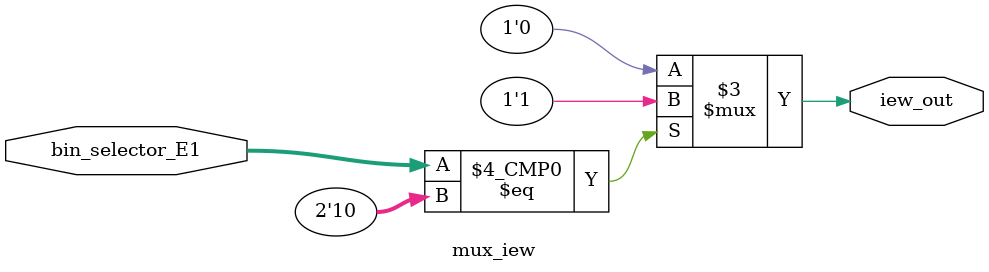
<source format=v>




`timescale 1ns/1ps

// module mux_iew : mux_iew
module mux_iew
  ( input      [1:0] bin_selector_E1,
    output reg       iew_out // uint1
  );


  always @ (*)

  begin : p_mux_iew

    iew_out = 0;


    case (bin_selector_E1)
      2'b01 : // (iew_copy0___CTuint1_cstV0_E1)
      begin
        // [move.n:87][control.n:224]
        iew_out = 1'b0;
      end
      2'b10 : // (iew_copy0___CTuint1_cstV1_E1)
      begin
        // [move.n:76]
        iew_out = 1'b1;
      end
      default :
        ; // null
    endcase

  end

endmodule

</source>
